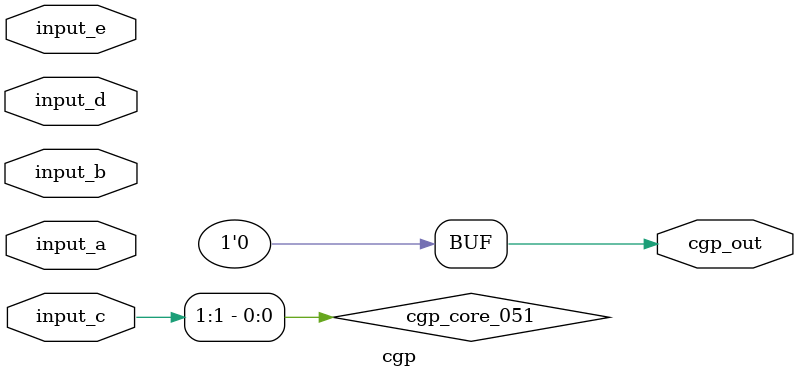
<source format=v>
module cgp(input [2:0] input_a, input [2:0] input_b, input [2:0] input_c, input [2:0] input_d, input [2:0] input_e, output [0:0] cgp_out);
  wire cgp_core_017;
  wire cgp_core_020;
  wire cgp_core_021;
  wire cgp_core_026;
  wire cgp_core_027;
  wire cgp_core_032;
  wire cgp_core_033_not;
  wire cgp_core_034;
  wire cgp_core_036;
  wire cgp_core_039;
  wire cgp_core_041;
  wire cgp_core_043;
  wire cgp_core_044;
  wire cgp_core_049;
  wire cgp_core_051;
  wire cgp_core_053;
  wire cgp_core_054;
  wire cgp_core_056;
  wire cgp_core_057;
  wire cgp_core_058;
  wire cgp_core_064;
  wire cgp_core_066;
  wire cgp_core_068;
  wire cgp_core_069;
  wire cgp_core_072;
  wire cgp_core_074_not;
  wire cgp_core_075;
  wire cgp_core_076;
  wire cgp_core_077;
  wire cgp_core_078;
  wire cgp_core_079;

  assign cgp_core_017 = input_d[1] ^ input_c[0];
  assign cgp_core_020 = input_d[0] | input_c[1];
  assign cgp_core_021 = ~input_a[2];
  assign cgp_core_026 = input_a[1] ^ input_c[2];
  assign cgp_core_027 = ~(input_b[0] & input_a[2]);
  assign cgp_core_032 = input_d[1] & input_e[1];
  assign cgp_core_033_not = ~input_c[1];
  assign cgp_core_034 = ~(input_c[1] | input_e[2]);
  assign cgp_core_036 = input_d[2] ^ input_e[2];
  assign cgp_core_039 = input_b[1] & input_b[2];
  assign cgp_core_041 = ~(input_e[0] ^ input_d[0]);
  assign cgp_core_043 = input_e[0] ^ cgp_core_033_not;
  assign cgp_core_044 = cgp_core_021 & cgp_core_033_not;
  assign cgp_core_049 = input_a[1] & input_c[0];
  assign cgp_core_051 = input_c[1] & input_c[1];
  assign cgp_core_053 = ~(input_d[1] & input_e[1]);
  assign cgp_core_054 = ~(input_d[0] ^ input_c[2]);
  assign cgp_core_056 = cgp_core_053 & input_b[2];
  assign cgp_core_057 = cgp_core_054 | input_a[0];
  assign cgp_core_058 = ~(input_c[1] ^ input_d[0]);
  assign cgp_core_064 = input_a[0] & input_e[1];
  assign cgp_core_066 = ~input_c[0];
  assign cgp_core_068 = ~input_d[0];
  assign cgp_core_069 = input_c[1] & input_b[1];
  assign cgp_core_072 = input_e[1] & input_e[2];
  assign cgp_core_074_not = ~input_c[2];
  assign cgp_core_075 = ~(input_c[1] & cgp_core_072);
  assign cgp_core_076 = ~(input_d[2] ^ cgp_core_041);
  assign cgp_core_077 = ~(input_c[0] & input_a[2]);
  assign cgp_core_078 = ~(input_e[0] ^ input_b[1]);
  assign cgp_core_079 = input_c[1] | input_e[1];

  assign cgp_out[0] = 1'b0;
endmodule
</source>
